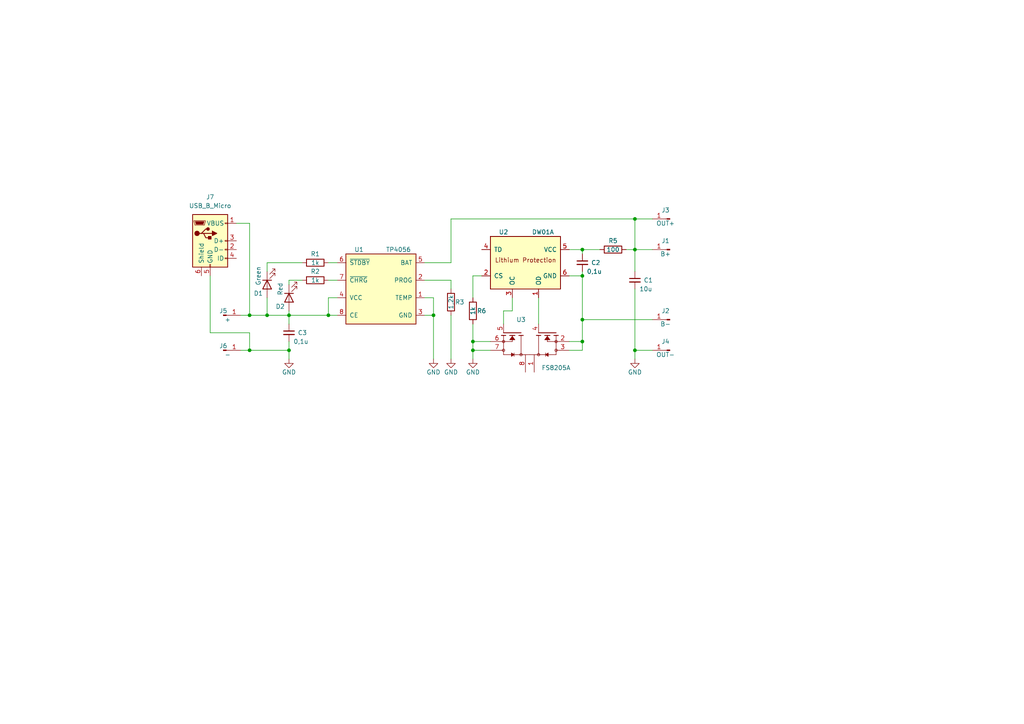
<source format=kicad_sch>
(kicad_sch (version 20230121) (generator eeschema)
  (paper "A4")
  (lib_symbols
    (symbol "#Library:DW01A" (pin_names (offset 1.016))
      (property "Reference" "U" (at -7.62 8.89 0))
      (property "Value" "DW01A" (at 2.54 8.89 0))
      (symbol "DW01A_0_0"
        (rectangle (start -10.16 7.62) (end 10.16 -7.62) (stroke (width 0.254)) (fill (type background)))
      )
      (symbol "DW01A_1_0"
        (text "Lithium Protection" (at -8.89 0 0) (effects (font (size 1.27 1.27)) (justify left bottom)))
        (pin bidirectional line (at 3.81 -10.16 90) (length 2.54) (name "OD") (number "1"))
        (pin bidirectional line (at -12.7 -3.81 0) (length 2.54) (name "CS") (number "2"))
        (pin bidirectional line (at -3.81 -10.16 90) (length 2.54) (name "OC") (number "3"))
        (pin bidirectional line (at -12.7 3.81 0) (length 2.54) (name "TD") (number "4"))
        (pin power_in line (at 12.7 3.81 180) (length 2.54) (name "VCC") (number "5"))
        (pin power_in line (at 12.7 -3.81 180) (length 2.54) (name "GND") (number "6"))
      )
    )
    (symbol "#Library:FS8205A" (pin_names (offset 1.016))
      (property "Reference" "U" (at -3.81 7.62 0))
      (property "Value" "FS8205A" (at 2.54 -6.35 0))
      (symbol "FS8205A_0_0"
        (circle (center -7.62 -1.27) (radius 0.3592))
        (circle (center -7.62 1.27) (radius 0.3592))
        (circle (center -2.54 -2.54) (radius 0.3592))
        (polyline (pts (xy -7.62 1.27) (xy -7.62 -2.54)) (stroke (width 0.1524)))
        (polyline (pts (xy -7.62 1.27) (xy -7.62 3.048)) (stroke (width 0.1524)))
        (polyline (pts (xy -7.62 3.048) (xy -8.255 3.048)) (stroke (width 0.254)))
        (polyline (pts (xy -6.985 3.048) (xy -7.62 3.048)) (stroke (width 0.254)))
        (polyline (pts (xy -5.08 1.27) (xy -7.62 1.27)) (stroke (width 0.1524)))
        (polyline (pts (xy -5.08 3.048) (xy -5.842 3.048)) (stroke (width 0.254)))
        (polyline (pts (xy -5.08 3.048) (xy -5.08 1.27)) (stroke (width 0.1524)))
        (polyline (pts (xy -4.572 -3.048) (xy -4.572 -2.54)) (stroke (width 0.1524)))
        (polyline (pts (xy -4.572 -2.54) (xy -7.62 -2.54)) (stroke (width 0.1524)))
        (polyline (pts (xy -4.572 -2.54) (xy -4.572 -2.032)) (stroke (width 0.1524)))
        (polyline (pts (xy -4.318 3.048) (xy -5.08 3.048)) (stroke (width 0.254)))
        (polyline (pts (xy -2.54 -2.54) (xy -4.572 -2.54)) (stroke (width 0.1524)))
        (polyline (pts (xy -2.54 -2.54) (xy 0 -2.54)) (stroke (width 0.1524)))
        (polyline (pts (xy -2.54 3.048) (xy -3.175 3.048)) (stroke (width 0.254)))
        (polyline (pts (xy -2.54 3.048) (xy -2.54 -2.54)) (stroke (width 0.1524)))
        (polyline (pts (xy -2.54 3.81) (xy -7.62 3.81)) (stroke (width 0.254)))
        (polyline (pts (xy -1.905 3.048) (xy -2.54 3.048)) (stroke (width 0.254)))
        (polyline (pts (xy 0 -2.54) (xy 2.54 -2.54)) (stroke (width 0.1524)))
        (polyline (pts (xy 2.54 -2.54) (xy 2.54 3.048)) (stroke (width 0.1524)))
        (polyline (pts (xy 2.54 -2.54) (xy 4.572 -2.54)) (stroke (width 0.1524)))
        (polyline (pts (xy 2.54 3.048) (xy 1.905 3.048)) (stroke (width 0.254)))
        (polyline (pts (xy 3.175 3.048) (xy 2.54 3.048)) (stroke (width 0.254)))
        (polyline (pts (xy 4.572 -2.54) (xy 4.572 -3.048)) (stroke (width 0.1524)))
        (polyline (pts (xy 4.572 -2.54) (xy 7.62 -2.54)) (stroke (width 0.1524)))
        (polyline (pts (xy 4.572 -2.032) (xy 4.572 -2.54)) (stroke (width 0.1524)))
        (polyline (pts (xy 5.08 3.048) (xy 4.318 3.048)) (stroke (width 0.254)))
        (polyline (pts (xy 5.08 3.048) (xy 5.08 1.27)) (stroke (width 0.1524)))
        (polyline (pts (xy 5.842 3.048) (xy 5.08 3.048)) (stroke (width 0.254)))
        (polyline (pts (xy 7.62 1.27) (xy 5.08 1.27)) (stroke (width 0.1524)))
        (polyline (pts (xy 7.62 3.048) (xy 6.985 3.048)) (stroke (width 0.254)))
        (polyline (pts (xy 7.62 3.048) (xy 7.62 -2.54)) (stroke (width 0.1524)))
        (polyline (pts (xy 7.62 3.81) (xy 2.54 3.81)) (stroke (width 0.254)))
        (polyline (pts (xy 8.255 3.048) (xy 7.62 3.048)) (stroke (width 0.254)))
        (polyline (pts (xy -5.08 2.794) (xy -4.318 1.778) (xy -5.842 1.778) (xy -5.08 2.794)) (stroke (width 0.1524)) (fill (type outline)))
        (polyline (pts (xy -4.572 -2.54) (xy -5.334 -2.032) (xy -5.334 -3.048) (xy -4.572 -2.54)) (stroke (width 0.1524)) (fill (type outline)))
        (polyline (pts (xy 4.572 -2.54) (xy 5.334 -3.048) (xy 5.334 -2.032) (xy 4.572 -2.54)) (stroke (width 0.1524)) (fill (type outline)))
        (polyline (pts (xy 5.08 2.794) (xy 5.842 1.778) (xy 4.318 1.778) (xy 5.08 2.794)) (stroke (width 0.1524)) (fill (type outline)))
        (circle (center 2.54 -2.54) (radius 0.3592))
        (circle (center 7.62 -1.27) (radius 0.3592))
        (circle (center 7.62 1.27) (radius 0.3592))
      )
      (symbol "FS8205A_1_0"
        (pin passive line (at 1.27 -7.62 90) (length 5.08) (name "~") (number "1"))
        (pin passive line (at 11.43 1.27 180) (length 3.81) (name "~") (number "2"))
        (pin passive line (at 11.43 -1.27 180) (length 3.81) (name "~") (number "3"))
        (pin passive line (at 2.54 6.35 270) (length 2.54) (name "~") (number "4"))
        (pin passive line (at -7.62 6.35 270) (length 2.54) (name "~") (number "5"))
        (pin passive line (at -11.43 1.27 0) (length 3.81) (name "~") (number "6"))
        (pin passive line (at -11.43 -1.27 0) (length 3.81) (name "~") (number "7"))
        (pin passive line (at -1.27 -7.62 90) (length 5.08) (name "~") (number "8"))
      )
    )
    (symbol "#Library:TP4056" (pin_names (offset 1.016))
      (property "Reference" "U" (at -9.525 10.922 0))
      (property "Value" "TP4056" (at -3.81 -12.7 0))
      (symbol "TP4056_0_0"
        (rectangle (start -10.16 10.16) (end 10.16 -10.16) (stroke (width 0.254)) (fill (type background)))
      )
      (symbol "TP4056_1_0"
        (pin input line (at 12.7 -2.54 180) (length 2.54) (name "TEMP") (number "1"))
        (pin bidirectional line (at 12.7 2.54 180) (length 2.54) (name "PROG") (number "2"))
        (pin power_in line (at 12.7 -7.62 180) (length 2.54) (name "GND") (number "3"))
        (pin power_in line (at -12.7 -2.54 0) (length 2.54) (name "VCC") (number "4"))
        (pin output line (at 12.7 7.62 180) (length 2.54) (name "BAT") (number "5"))
        (pin output line (at -12.7 7.62 0) (length 2.54) (name "~{STDBY}") (number "6"))
        (pin output line (at -12.7 2.54 0) (length 2.54) (name "~{CHRG}") (number "7"))
        (pin input line (at -12.7 -7.62 0) (length 2.54) (name "CE") (number "8"))
      )
    )
    (symbol "Connector:Conn_01x01_Pin" (pin_names (offset 1.016) hide)
      (property "Reference" "J" (at 0 2.54 0))
      (property "Value" "Conn_01x01_Pin" (at 0 -2.54 0))
      (symbol "Conn_01x01_Pin_1_1"
        (polyline (pts (xy 1.27 0) (xy 0.8636 0)) (stroke (width 0.1524)))
        (rectangle (start 0.8636 0.127) (end 0 -0.127) (stroke (width 0.1524)) (fill (type outline)))
        (pin passive line (at 5.08 0 180) (length 3.81) (name "Pin_1") (number "1"))
      )
    )
    (symbol "Connector:USB_B_Micro" (pin_names (offset 1.016))
      (property "Reference" "J" (at -5.08 11.43 0))
      (property "Value" "USB_B_Micro" (at -5.08 8.89 0))
      (symbol "USB_B_Micro_0_1"
        (rectangle (start -5.08 -7.62) (end 5.08 7.62) (stroke (width 0.254)) (fill (type background)))
        (circle (center -3.81 2.159) (radius 0.635) (stroke (width 0.254)) (fill (type outline)))
        (circle (center -0.635 3.429) (radius 0.381) (stroke (width 0.254)) (fill (type outline)))
        (rectangle (start -0.127 -7.62) (end 0.127 -6.858))
        (polyline (pts (xy -1.905 2.159) (xy 0.635 2.159)) (stroke (width 0.254)))
        (polyline (pts (xy -3.175 2.159) (xy -2.54 2.159) (xy -1.27 3.429) (xy -0.635 3.429)) (stroke (width 0.254)))
        (polyline (pts (xy -2.54 2.159) (xy -1.905 2.159) (xy -1.27 0.889) (xy 0 0.889)) (stroke (width 0.254)))
        (polyline (pts (xy 0.635 2.794) (xy 0.635 1.524) (xy 1.905 2.159) (xy 0.635 2.794)) (stroke (width 0.254)) (fill (type outline)))
        (polyline (pts (xy -4.318 5.588) (xy -1.778 5.588) (xy -2.032 4.826) (xy -4.064 4.826) (xy -4.318 5.588)) (fill (type outline)))
        (polyline (pts (xy -4.699 5.842) (xy -4.699 5.588) (xy -4.445 4.826) (xy -4.445 4.572) (xy -1.651 4.572) (xy -1.651 4.826) (xy -1.397 5.588) (xy -1.397 5.842) (xy -4.699 5.842)))
        (rectangle (start 0.254 1.27) (end -0.508 0.508) (stroke (width 0.254)) (fill (type outline)))
        (rectangle (start 5.08 -5.207) (end 4.318 -4.953))
        (rectangle (start 5.08 -2.667) (end 4.318 -2.413))
        (rectangle (start 5.08 -0.127) (end 4.318 0.127))
        (rectangle (start 5.08 4.953) (end 4.318 5.207))
      )
      (symbol "USB_B_Micro_1_1"
        (pin power_out line (at 7.62 5.08 180) (length 2.54) (name "VBUS") (number "1"))
        (pin bidirectional line (at 7.62 -2.54 180) (length 2.54) (name "D-") (number "2"))
        (pin bidirectional line (at 7.62 0 180) (length 2.54) (name "D+") (number "3"))
        (pin passive line (at 7.62 -5.08 180) (length 2.54) (name "ID") (number "4"))
        (pin power_out line (at 0 -10.16 90) (length 2.54) (name "GND") (number "5"))
        (pin passive line (at -2.54 -10.16 90) (length 2.54) (name "Shield") (number "6"))
      )
    )
    (symbol "Device:C_Small" (pin_numbers hide) (pin_names (offset 0.254) hide)
      (property "Reference" "C" (at 0.254 1.778 0))
      (property "Value" "C_Small" (at 0.254 -2.032 0))
      (symbol "C_Small_0_1"
        (polyline (pts (xy -1.524 -0.508) (xy 1.524 -0.508)) (stroke (width 0.3302)))
        (polyline (pts (xy -1.524 0.508) (xy 1.524 0.508)) (stroke (width 0.3048)))
      )
      (symbol "C_Small_1_1"
        (pin passive line (at 0 2.54 270) (length 2.032) (name "~") (number "1"))
        (pin passive line (at 0 -2.54 90) (length 2.032) (name "~") (number "2"))
      )
    )
    (symbol "Device:LED" (pin_numbers hide) (pin_names (offset 1.016) hide)
      (property "Reference" "D" (at 0 2.54 0))
      (property "Value" "LED" (at 0 -2.54 0))
      (symbol "LED_0_1"
        (polyline (pts (xy -1.27 -1.27) (xy -1.27 1.27)) (stroke (width 0.254)))
        (polyline (pts (xy -1.27 0) (xy 1.27 0)))
        (polyline (pts (xy 1.27 -1.27) (xy 1.27 1.27) (xy -1.27 0) (xy 1.27 -1.27)) (stroke (width 0.254)))
        (polyline (pts (xy -3.048 -0.762) (xy -4.572 -2.286) (xy -3.81 -2.286) (xy -4.572 -2.286) (xy -4.572 -1.524)))
        (polyline (pts (xy -1.778 -0.762) (xy -3.302 -2.286) (xy -2.54 -2.286) (xy -3.302 -2.286) (xy -3.302 -1.524)))
      )
      (symbol "LED_1_1"
        (pin passive line (at -3.81 0 0) (length 2.54) (name "K") (number "1"))
        (pin passive line (at 3.81 0 180) (length 2.54) (name "A") (number "2"))
      )
    )
    (symbol "Device:R" (pin_numbers hide) (pin_names (offset 0))
      (property "Reference" "R" (at 2.032 0 90))
      (property "Value" "R" (at 0 0 90))
      (symbol "R_0_1"
        (rectangle (start -1.016 -2.54) (end 1.016 2.54) (stroke (width 0.254)))
      )
      (symbol "R_1_1"
        (pin passive line (at 0 3.81 270) (length 1.27) (name "~") (number "1"))
        (pin passive line (at 0 -3.81 90) (length 1.27) (name "~") (number "2"))
      )
    )
    (symbol "power:GND" (power) (pin_names (offset 0))
      (property "Value" "GND" (at 0 -3.81 0))
      (symbol "GND_0_1"
        (polyline (pts (xy 0 0) (xy 0 -1.27) (xy 1.27 -1.27) (xy 0 -2.54) (xy -1.27 -1.27) (xy 0 -1.27)))
      )
      (symbol "GND_1_1"
        (pin power_in line (at 0 0 270) (length 0) hide (name "GND") (number "1"))
      )
    )
  )
  (junction (at 83.82 101.6))
  (junction (at 137.16 101.6))
  (junction (at 72.39 91.44))
  (junction (at 125.73 91.44))
  (junction (at 168.91 99.06))
  (junction (at 72.39 101.6))
  (junction (at 77.47 91.44))
  (junction (at 168.91 80.01))
  (junction (at 168.91 92.71))
  (junction (at 184.15 72.39))
  (junction (at 184.15 63.5))
  (junction (at 168.91 72.39))
  (junction (at 95.25 91.44))
  (junction (at 83.82 91.44))
  (junction (at 184.15 101.6))
  (junction (at 137.16 99.06))
  (wire (pts (xy 168.91 72.39) (xy 173.99 72.39)))
  (wire (pts (xy 123.19 91.44) (xy 125.73 91.44)))
  (wire (pts (xy 146.05 90.17) (xy 148.59 90.17)))
  (wire (pts (xy 181.61 72.39) (xy 184.15 72.39)))
  (wire (pts (xy 184.15 101.6) (xy 189.23 101.6)))
  (wire (pts (xy 83.82 90.17) (xy 83.82 91.44)))
  (wire (pts (xy 83.82 91.44) (xy 95.25 91.44)))
  (wire (pts (xy 95.25 76.2) (xy 97.79 76.2)))
  (wire (pts (xy 184.15 72.39) (xy 189.23 72.39)))
  (wire (pts (xy 130.81 76.2) (xy 130.81 63.5)))
  (wire (pts (xy 68.58 64.77) (xy 72.39 64.77)))
  (wire (pts (xy 156.21 86.36) (xy 156.21 93.98)))
  (wire (pts (xy 72.39 101.6) (xy 83.82 101.6)))
  (wire (pts (xy 184.15 72.39) (xy 184.15 78.74)))
  (wire (pts (xy 125.73 86.36) (xy 125.73 91.44)))
  (wire (pts (xy 77.47 86.36) (xy 77.47 91.44)))
  (wire (pts (xy 165.1 80.01) (xy 168.91 80.01)))
  (wire (pts (xy 69.85 101.6) (xy 72.39 101.6)))
  (wire (pts (xy 72.39 96.52) (xy 72.39 101.6)))
  (wire (pts (xy 83.82 101.6) (xy 83.82 99.06)))
  (wire (pts (xy 139.7 80.01) (xy 137.16 80.01)))
  (wire (pts (xy 168.91 80.01) (xy 168.91 78.74)))
  (wire (pts (xy 72.39 64.77) (xy 72.39 91.44)))
  (wire (pts (xy 165.1 99.06) (xy 168.91 99.06)))
  (wire (pts (xy 146.05 93.98) (xy 146.05 90.17)))
  (wire (pts (xy 165.1 72.39) (xy 168.91 72.39)))
  (wire (pts (xy 168.91 92.71) (xy 189.23 92.71)))
  (wire (pts (xy 137.16 80.01) (xy 137.16 86.36)))
  (wire (pts (xy 69.85 91.44) (xy 72.39 91.44)))
  (wire (pts (xy 165.1 101.6) (xy 168.91 101.6)))
  (wire (pts (xy 60.96 96.52) (xy 72.39 96.52)))
  (wire (pts (xy 137.16 93.98) (xy 137.16 99.06)))
  (wire (pts (xy 168.91 92.71) (xy 168.91 99.06)))
  (wire (pts (xy 83.82 82.55) (xy 83.82 81.28)))
  (wire (pts (xy 130.81 83.82) (xy 130.81 81.28)))
  (wire (pts (xy 184.15 83.82) (xy 184.15 101.6)))
  (wire (pts (xy 77.47 76.2) (xy 87.63 76.2)))
  (wire (pts (xy 184.15 63.5) (xy 184.15 72.39)))
  (wire (pts (xy 72.39 91.44) (xy 77.47 91.44)))
  (wire (pts (xy 184.15 63.5) (xy 189.23 63.5)))
  (wire (pts (xy 83.82 81.28) (xy 87.63 81.28)))
  (wire (pts (xy 137.16 101.6) (xy 142.24 101.6)))
  (wire (pts (xy 125.73 91.44) (xy 125.73 104.14)))
  (wire (pts (xy 95.25 81.28) (xy 97.79 81.28)))
  (wire (pts (xy 168.91 101.6) (xy 168.91 99.06)))
  (wire (pts (xy 148.59 90.17) (xy 148.59 86.36)))
  (wire (pts (xy 137.16 99.06) (xy 137.16 101.6)))
  (wire (pts (xy 77.47 91.44) (xy 83.82 91.44)))
  (wire (pts (xy 137.16 101.6) (xy 137.16 104.14)))
  (wire (pts (xy 130.81 81.28) (xy 123.19 81.28)))
  (wire (pts (xy 184.15 101.6) (xy 184.15 104.14)))
  (wire (pts (xy 97.79 86.36) (xy 95.25 86.36)))
  (wire (pts (xy 95.25 86.36) (xy 95.25 91.44)))
  (wire (pts (xy 60.96 80.01) (xy 60.96 96.52)))
  (wire (pts (xy 168.91 92.71) (xy 168.91 80.01)))
  (wire (pts (xy 168.91 72.39) (xy 168.91 73.66)))
  (wire (pts (xy 83.82 101.6) (xy 83.82 104.14)))
  (wire (pts (xy 130.81 91.44) (xy 130.81 104.14)))
  (wire (pts (xy 95.25 91.44) (xy 97.79 91.44)))
  (wire (pts (xy 137.16 99.06) (xy 142.24 99.06)))
  (wire (pts (xy 130.81 63.5) (xy 184.15 63.5)))
  (wire (pts (xy 123.19 86.36) (xy 125.73 86.36)))
  (wire (pts (xy 77.47 78.74) (xy 77.47 76.2)))
  (wire (pts (xy 123.19 76.2) (xy 130.81 76.2)))
  (wire (pts (xy 83.82 91.44) (xy 83.82 93.98)))
  (symbol (lib_id "Connector:USB_B_Micro") (at 60.96 69.85 0) (unit 1)
    (property "Reference" "J7" (at 60.96 57.15 0))
    (property "Value" "USB_B_Micro" (at 60.96 59.69 0))
    (property "Footprint" "Connector_USB:USB_Micro-B_Molex_47346-0001" (effects hide))
  )
  (symbol (lib_id "Device:R") (at 137.16 90.17 0) (unit 1)
    (property "Reference" "R6" (at 139.7 90.17 0))
    (property "Value" "1k" (at 137.16 90.17 90))
    (property "Footprint" "Resistor_SMD:R_0603_1608Metric" (effects hide))
  )
  (symbol (lib_id "Connector:Conn_01x01_Pin") (at 194.31 101.6 180) (unit 1)
    (property "Reference" "J4" (at 193.04 99.06 0))
    (property "Value" "OUT-" (at 193.04 102.87 0))
    (property "Footprint" "Connector_Wire:SolderWire-0.25sqmm_1x01_D0.65mm_OD1.7mm" (effects hide))
  )
  (symbol (lib_id "Device:R") (at 177.8 72.39 90) (unit 1)
    (property "Reference" "R5" (at 177.8 69.85 90))
    (property "Value" "100" (at 177.8 72.39 90))
    (property "Footprint" "Resistor_SMD:R_0603_1608Metric" (effects hide))
  )
  (symbol (lib_id "Device:R") (at 130.81 87.63 0) (unit 1)
    (property "Reference" "R3" (at 133.35 87.63 0))
    (property "Value" "1,2k" (at 130.81 87.63 90))
    (property "Footprint" "Resistor_SMD:R_0603_1608Metric" (effects hide))
  )
  (symbol (lib_id "Connector:Conn_01x01_Pin") (at 194.31 72.39 180) (unit 1)
    (property "Reference" "J1" (at 193.04 69.85 0))
    (property "Value" "B+" (at 193.04 73.66 0))
    (property "Footprint" "Connector_Wire:SolderWire-0.25sqmm_1x01_D0.65mm_OD1.7mm" (effects hide))
  )
  (symbol (lib_id "#Library:DW01A") (at 152.4 76.2 0) (unit 1)
    (property "Reference" "U2" (at 146.05 67.31 0))
    (property "Value" "DW01A" (at 157.48 67.31 0))
    (property "Footprint" "#Library:SOT23-6" (effects hide))
    (property "Description" "\nOne Cell Lithium-ion/Polymer Battery Protection IC\n" (effects hide))
    (property "Package" "SOT-23-6 Fortune Semiconductor" (effects hide))
    (property "SnapEDA_Link" "https://www.snapeda.com/parts/DW01A/Fortune+Semiconductor/view-part/?ref=snap" (effects hide))
  )
  (symbol (lib_id "power:GND") (at 125.73 104.14 0) (unit 1)
    (property "Reference" "#PWR01" (effects hide))
    (property "Value" "GND" (at 125.73 107.95 0))
  )
  (symbol (lib_id "Device:C_Small") (at 83.82 96.52 0) (unit 1)
    (property "Reference" "C3" (at 86.36 96.52 0) (effects (justify left)))
    (property "Value" "0,1u" (at 85.09 99.06 0) (effects (justify left)))
    (property "Footprint" "Capacitor_SMD:C_0603_1608Metric" (effects hide))
  )
  (symbol (lib_id "Connector:Conn_01x01_Pin") (at 194.31 63.5 180) (unit 1)
    (property "Reference" "J3" (at 193.04 60.96 0))
    (property "Value" "OUT+" (at 193.04 64.77 0))
    (property "Footprint" "Connector_Wire:SolderWire-0.25sqmm_1x01_D0.65mm_OD1.7mm" (effects hide))
  )
  (symbol (lib_id "Device:LED") (at 83.82 86.36 90) (mirror x) (unit 1)
    (property "Reference" "D2" (at 81.28 88.9 90))
    (property "Value" "Red" (at 81.28 83.82 0))
    (property "Footprint" "LED_SMD:LED_0603_1608Metric" (effects hide))
  )
  (symbol (lib_id "power:GND") (at 137.16 104.14 0) (unit 1)
    (property "Reference" "#PWR03" (effects hide))
    (property "Value" "GND" (at 137.16 107.95 0))
  )
  (symbol (lib_id "Device:C_Small") (at 168.91 76.2 0) (unit 1)
    (property "Reference" "C2" (at 171.45 76.2 0) (effects (justify left)))
    (property "Value" "0,1u" (at 170.18 78.74 0) (effects (justify left)))
    (property "Footprint" "Capacitor_SMD:C_0603_1608Metric" (effects hide))
  )
  (symbol (lib_id "Connector:Conn_01x01_Pin") (at 64.77 91.44 0) (mirror x) (unit 1)
    (property "Reference" "J5" (at 64.77 90.17 0))
    (property "Value" "+" (at 66.04 92.71 0))
    (property "Footprint" "Connector_Wire:SolderWire-0.25sqmm_1x01_D0.65mm_OD1.7mm" (effects hide))
  )
  (symbol (lib_id "Device:R") (at 91.44 81.28 90) (unit 1)
    (property "Reference" "R2" (at 91.44 78.74 90))
    (property "Value" "1k" (at 91.44 81.28 90))
    (property "Footprint" "Resistor_SMD:R_0603_1608Metric" (effects hide))
  )
  (symbol (lib_id "power:GND") (at 130.81 104.14 0) (unit 1)
    (property "Reference" "#PWR02" (effects hide))
    (property "Value" "GND" (at 130.81 107.95 0))
  )
  (symbol (lib_id "power:GND") (at 83.82 104.14 0) (unit 1)
    (property "Reference" "#PWR05" (effects hide))
    (property "Value" "GND" (at 83.82 107.95 0))
  )
  (symbol (lib_id "Connector:Conn_01x01_Pin") (at 194.31 92.71 180) (unit 1)
    (property "Reference" "J2" (at 193.04 90.17 0))
    (property "Value" "B-" (at 193.04 93.98 0))
    (property "Footprint" "Connector_Wire:SolderWire-0.25sqmm_1x01_D0.65mm_OD1.7mm" (effects hide))
  )
  (symbol (lib_id "#Library:TP4056") (at 110.49 83.82 0) (unit 1)
    (property "Reference" "U1" (at 104.14 72.39 0))
    (property "Value" "TP4056" (at 115.57 72.39 0))
    (property "Footprint" "#Library:SOP127P600X175-9N" (effects hide))
    (property "SnapEDA_Link" "https://www.snapeda.com/parts/TP4056/NanJing+Top+Power+ASIC+Corp./view-part/?ref=snap" (effects hide))
    (property "MP" "TP4056" (effects hide))
    (property "Description" "\nComplete single cell Li-Ion battery with a constant current / constant voltage linear charger\n" (effects hide))
  )
  (symbol (lib_id "#Library:FS8205A") (at 153.67 100.33 0) (unit 1)
    (property "Reference" "U3" (at 151.13 92.71 0))
    (property "Value" "FS8205A" (at 161.29 106.68 0))
    (property "Footprint" "#Library:SOP65P640X120-8N" (effects hide))
    (property "SnapEDA_Link" "https://www.snapeda.com/parts/FS8205A/Fortune+Semiconductor/view-part/?ref=snap" (effects hide))
  )
  (symbol (lib_id "Device:LED") (at 77.47 82.55 90) (mirror x) (unit 1)
    (property "Reference" "D1" (at 74.93 85.09 90))
    (property "Value" "Green" (at 74.93 80.01 0))
    (property "Footprint" "LED_SMD:LED_0603_1608Metric" (effects hide))
  )
  (symbol (lib_id "Device:R") (at 91.44 76.2 90) (unit 1)
    (property "Reference" "R1" (at 91.44 73.66 90))
    (property "Value" "1k" (at 91.44 76.2 90))
    (property "Footprint" "Resistor_SMD:R_0603_1608Metric" (effects hide))
  )
  (symbol (lib_id "Connector:Conn_01x01_Pin") (at 64.77 101.6 0) (mirror x) (unit 1)
    (property "Reference" "J6" (at 64.77 100.33 0))
    (property "Value" "-" (at 66.04 102.87 0))
    (property "Footprint" "Connector_Wire:SolderWire-0.25sqmm_1x01_D0.65mm_OD1.7mm" (effects hide))
  )
  (symbol (lib_id "Device:C_Small") (at 184.15 81.28 0) (unit 1)
    (property "Reference" "C1" (at 186.69 81.28 0) (effects (justify left)))
    (property "Value" "10u" (at 185.42 83.82 0) (effects (justify left)))
    (property "Footprint" "Capacitor_SMD:C_0603_1608Metric" (effects hide))
  )
  (symbol (lib_id "power:GND") (at 184.15 104.14 0) (unit 1)
    (property "Reference" "#PWR04" (effects hide))
    (property "Value" "GND" (at 184.15 107.95 0))
  )
)
</source>
